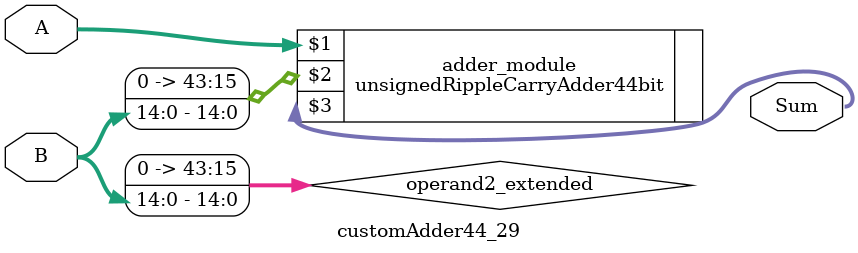
<source format=v>
module customAdder44_29(
                        input [43 : 0] A,
                        input [14 : 0] B,
                        
                        output [44 : 0] Sum
                );

        wire [43 : 0] operand2_extended;
        
        assign operand2_extended =  {29'b0, B};
        
        unsignedRippleCarryAdder44bit adder_module(
            A,
            operand2_extended,
            Sum
        );
        
        endmodule
        
</source>
